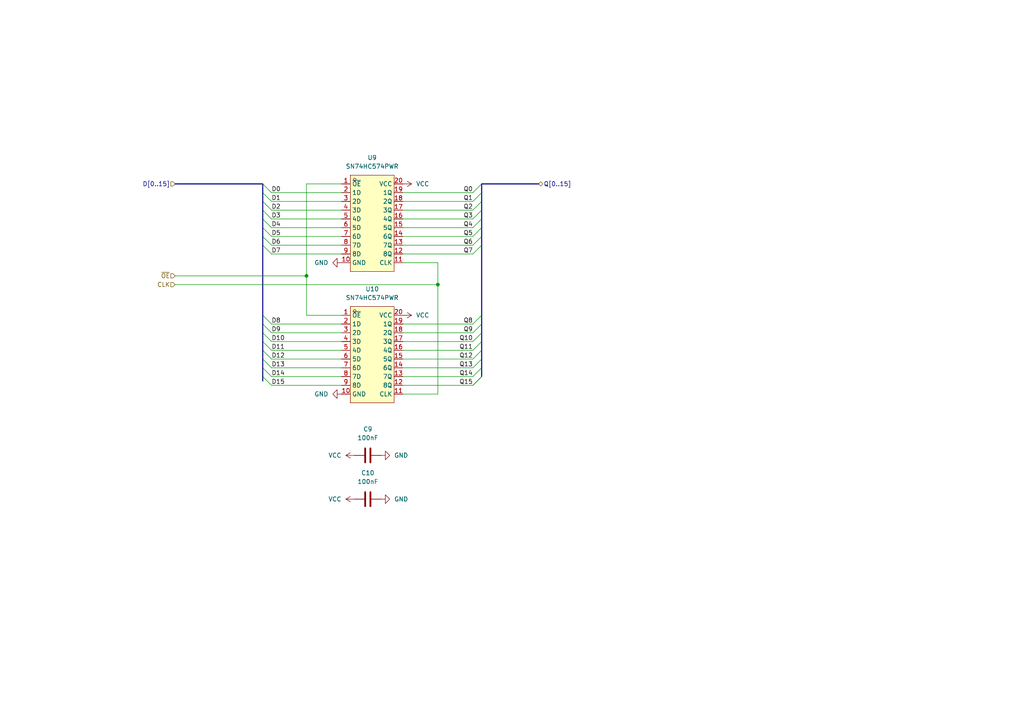
<source format=kicad_sch>
(kicad_sch (version 20250114) (generator "eeschema") (generator_version "9.0")
  (paper "A4")
  (title_block (title "PickleRISC register board") (rev "1.0"))
  (lib_symbols
    (symbol "Device:C" (pin_numbers (hide yes)) (pin_names (offset 0.254))
      (property "Reference" "C" (at 0.635 2.54 0))
      (property "Value" "C" (at 0.635 -2.54 0))
      (symbol "C_0_1"
        (polyline (pts (xy -2.032 0.762) (xy 2.032 0.762)) (stroke (width 0.508)))
        (polyline (pts (xy -2.032 -0.762) (xy 2.032 -0.762)) (stroke (width 0.508)))
      )
      (symbol "C_1_1"
        (pin passive line (at 0 3.81 270) (length 2.794) (name "~") (number "1"))
        (pin passive line (at 0 -3.81 90) (length 2.794) (name "~") (number "2"))
      )
    )
    (symbol "easyeda2kicad:SN74HC574PWR"
      (property "Reference" "U" (at 0 16.51 0))
      (property "Value" "SN74HC574PWR" (at 0 -16.51 0))
      (symbol "SN74HC574PWR_0_1"
        (rectangle (start -6.35 13.97) (end 6.35 -13.97) (fill (type background)))
        (circle (center -5.08 12.7) (radius 0.38))
        (pin unspecified line (at -8.89 11.43 0) (length 2.54) (name "~{OE}") (number "1"))
        (pin unspecified line (at -8.89 8.89 0) (length 2.54) (name "1D") (number "2"))
        (pin unspecified line (at -8.89 6.35 0) (length 2.54) (name "2D") (number "3"))
        (pin unspecified line (at -8.89 3.81 0) (length 2.54) (name "3D") (number "4"))
        (pin unspecified line (at -8.89 1.27 0) (length 2.54) (name "4D") (number "5"))
        (pin unspecified line (at -8.89 -1.27 0) (length 2.54) (name "5D") (number "6"))
        (pin unspecified line (at -8.89 -3.81 0) (length 2.54) (name "6D") (number "7"))
        (pin unspecified line (at -8.89 -6.35 0) (length 2.54) (name "7D") (number "8"))
        (pin unspecified line (at -8.89 -8.89 0) (length 2.54) (name "8D") (number "9"))
        (pin unspecified line (at -8.89 -11.43 0) (length 2.54) (name "GND") (number "10"))
        (pin unspecified line (at 8.89 11.43 180) (length 2.54) (name "VCC") (number "20"))
        (pin unspecified line (at 8.89 8.89 180) (length 2.54) (name "1Q") (number "19"))
        (pin unspecified line (at 8.89 6.35 180) (length 2.54) (name "2Q") (number "18"))
        (pin unspecified line (at 8.89 3.81 180) (length 2.54) (name "3Q") (number "17"))
        (pin unspecified line (at 8.89 1.27 180) (length 2.54) (name "4Q") (number "16"))
        (pin unspecified line (at 8.89 -1.27 180) (length 2.54) (name "5Q") (number "15"))
        (pin unspecified line (at 8.89 -3.81 180) (length 2.54) (name "6Q") (number "14"))
        (pin unspecified line (at 8.89 -6.35 180) (length 2.54) (name "7Q") (number "13"))
        (pin unspecified line (at 8.89 -8.89 180) (length 2.54) (name "8Q") (number "12"))
        (pin unspecified line (at 8.89 -11.43 180) (length 2.54) (name "CLK") (number "11"))
      )
    )
    (symbol "power:GND" (power) (pin_numbers (hide yes)) (pin_names (offset 0) (hide yes))
      (property "Value" "GND" (at 0 -3.81 0))
      (symbol "GND_0_1"
        (polyline (pts (xy 0 0) (xy 0 -1.27) (xy 1.27 -1.27) (xy 0 -2.54) (xy -1.27 -1.27) (xy 0 -1.27)))
      )
      (symbol "GND_1_1"
        (pin power_in line (at 0 0 270) (length 0) (name "~") (number "1"))
      )
    )
    (symbol "power:VCC" (power) (pin_numbers (hide yes)) (pin_names (offset 0) (hide yes))
      (property "Value" "VCC" (at 0 3.556 0))
      (symbol "VCC_0_1"
        (polyline (pts (xy -0.762 1.27) (xy 0 2.54)))
        (polyline (pts (xy 0 2.54) (xy 0.762 1.27)))
        (polyline (pts (xy 0 0) (xy 0 2.54)))
      )
      (symbol "VCC_1_1"
        (pin power_in line (at 0 0 90) (length 0) (name "~") (number "1"))
      )
    )
  )
  (junction (at 127 82.55))
  (junction (at 88.9 80.01))
  (bus_entry (at 76.2 93.98) (size 2.54 2.54))
  (bus_entry (at 139.7 93.98) (size -2.54 2.54))
  (bus_entry (at 139.7 101.6) (size -2.54 2.54))
  (bus_entry (at 76.2 99.06) (size 2.54 2.54))
  (bus_entry (at 76.2 58.42) (size 2.54 2.54))
  (bus_entry (at 76.2 55.88) (size 2.54 2.54))
  (bus_entry (at 139.7 60.96) (size -2.54 2.54))
  (bus_entry (at 76.2 71.12) (size 2.54 2.54))
  (bus_entry (at 139.7 91.44) (size -2.54 2.54))
  (bus_entry (at 139.7 55.88) (size -2.54 2.54))
  (bus_entry (at 139.7 66.04) (size -2.54 2.54))
  (bus_entry (at 76.2 106.68) (size 2.54 2.54))
  (bus_entry (at 139.7 53.34) (size -2.54 2.54))
  (bus_entry (at 139.7 71.12) (size -2.54 2.54))
  (bus_entry (at 76.2 60.96) (size 2.54 2.54))
  (bus_entry (at 139.7 99.06) (size -2.54 2.54))
  (bus_entry (at 139.7 109.22) (size -2.54 2.54))
  (bus_entry (at 139.7 68.58) (size -2.54 2.54))
  (bus_entry (at 139.7 104.14) (size -2.54 2.54))
  (bus_entry (at 139.7 96.52) (size -2.54 2.54))
  (bus_entry (at 76.2 109.22) (size 2.54 2.54))
  (bus_entry (at 76.2 101.6) (size 2.54 2.54))
  (bus_entry (at 139.7 109.22) (size -2.54 2.54))
  (bus_entry (at 139.7 106.68) (size -2.54 2.54))
  (bus_entry (at 76.2 68.58) (size 2.54 2.54))
  (bus_entry (at 139.7 58.42) (size -2.54 2.54))
  (bus_entry (at 76.2 104.14) (size 2.54 2.54))
  (bus_entry (at 76.2 53.34) (size 2.54 2.54))
  (bus_entry (at 76.2 96.52) (size 2.54 2.54))
  (bus_entry (at 76.2 66.04) (size 2.54 2.54))
  (bus_entry (at 76.2 63.5) (size 2.54 2.54))
  (bus_entry (at 139.7 63.5) (size -2.54 2.54))
  (bus_entry (at 76.2 91.44) (size 2.54 2.54))
  (bus (pts (xy 76.2 96.52) (xy 76.2 99.06)))
  (wire (pts (xy 116.84 104.14) (xy 137.16 104.14)))
  (bus (pts (xy 139.7 104.14) (xy 139.7 106.68)))
  (bus (pts (xy 76.2 66.04) (xy 76.2 68.58)))
  (wire (pts (xy 78.74 66.04) (xy 99.06 66.04)))
  (bus (pts (xy 76.2 63.5) (xy 76.2 66.04)))
  (wire (pts (xy 116.84 114.3) (xy 127 114.3)))
  (wire (pts (xy 116.84 60.96) (xy 137.16 60.96)))
  (bus (pts (xy 139.7 60.96) (xy 139.7 63.5)))
  (wire (pts (xy 78.74 93.98) (xy 99.06 93.98)))
  (bus (pts (xy 139.7 99.06) (xy 139.7 101.6)))
  (wire (pts (xy 99.06 53.34) (xy 88.9 53.34)))
  (bus (pts (xy 76.2 101.6) (xy 76.2 104.14)))
  (wire (pts (xy 78.74 68.58) (xy 99.06 68.58)))
  (bus (pts (xy 76.2 53.34) (xy 76.2 55.88)))
  (wire (pts (xy 116.84 68.58) (xy 137.16 68.58)))
  (bus (pts (xy 76.2 55.88) (xy 76.2 58.42)))
  (wire (pts (xy 78.74 109.22) (xy 99.06 109.22)))
  (wire (pts (xy 88.9 80.01) (xy 88.9 53.34)))
  (wire (pts (xy 116.84 109.22) (xy 137.16 109.22)))
  (bus (pts (xy 139.7 66.04) (xy 139.7 68.58)))
  (wire (pts (xy 127 82.55) (xy 50.8 82.55)))
  (wire (pts (xy 116.84 66.04) (xy 137.16 66.04)))
  (bus (pts (xy 139.7 91.44) (xy 139.7 93.98)))
  (bus (pts (xy 50.8 53.34) (xy 76.2 53.34)))
  (bus (pts (xy 76.2 104.14) (xy 76.2 106.68)))
  (bus (pts (xy 76.2 99.06) (xy 76.2 101.6)))
  (bus (pts (xy 139.7 101.6) (xy 139.7 104.14)))
  (bus (pts (xy 76.2 106.68) (xy 76.2 109.22)))
  (wire (pts (xy 88.9 80.01) (xy 88.9 91.44)))
  (wire (pts (xy 78.74 63.5) (xy 99.06 63.5)))
  (wire (pts (xy 116.84 76.2) (xy 127 76.2)))
  (bus (pts (xy 76.2 93.98) (xy 76.2 96.52)))
  (bus (pts (xy 76.2 91.44) (xy 76.2 93.98)))
  (wire (pts (xy 116.84 63.5) (xy 137.16 63.5)))
  (wire (pts (xy 78.74 73.66) (xy 99.06 73.66)))
  (wire (pts (xy 116.84 55.88) (xy 137.16 55.88)))
  (wire (pts (xy 116.84 71.12) (xy 137.16 71.12)))
  (bus (pts (xy 76.2 58.42) (xy 76.2 60.96)))
  (wire (pts (xy 127 76.2) (xy 127 82.55)))
  (wire (pts (xy 88.9 91.44) (xy 99.06 91.44)))
  (wire (pts (xy 78.74 104.14) (xy 99.06 104.14)))
  (bus (pts (xy 139.7 93.98) (xy 139.7 96.52)))
  (wire (pts (xy 116.84 101.6) (xy 137.16 101.6)))
  (bus (pts (xy 76.2 68.58) (xy 76.2 71.12)))
  (wire (pts (xy 99.06 55.88) (xy 78.74 55.88)))
  (wire (pts (xy 116.84 73.66) (xy 137.16 73.66)))
  (bus (pts (xy 156.21 53.34) (xy 139.7 53.34)))
  (bus (pts (xy 139.7 106.68) (xy 139.7 109.22)))
  (wire (pts (xy 78.74 60.96) (xy 99.06 60.96)))
  (wire (pts (xy 127 114.3) (xy 127 82.55)))
  (wire (pts (xy 78.74 96.52) (xy 99.06 96.52)))
  (bus (pts (xy 76.2 71.12) (xy 76.2 91.44)))
  (bus (pts (xy 76.2 109.22) (xy 76.2 110.49)))
  (wire (pts (xy 116.84 93.98) (xy 137.16 93.98)))
  (wire (pts (xy 116.84 96.52) (xy 137.16 96.52)))
  (wire (pts (xy 116.84 111.76) (xy 137.16 111.76)))
  (bus (pts (xy 139.7 58.42) (xy 139.7 60.96)))
  (bus (pts (xy 139.7 53.34) (xy 139.7 55.88)))
  (bus (pts (xy 139.7 96.52) (xy 139.7 99.06)))
  (bus (pts (xy 139.7 55.88) (xy 139.7 58.42)))
  (bus (pts (xy 139.7 71.12) (xy 139.7 91.44)))
  (wire (pts (xy 116.84 106.68) (xy 137.16 106.68)))
  (wire (pts (xy 116.84 58.42) (xy 137.16 58.42)))
  (bus (pts (xy 139.7 68.58) (xy 139.7 71.12)))
  (wire (pts (xy 78.74 101.6) (xy 99.06 101.6)))
  (wire (pts (xy 116.84 99.06) (xy 137.16 99.06)))
  (bus (pts (xy 76.2 60.96) (xy 76.2 63.5)))
  (wire (pts (xy 78.74 58.42) (xy 99.06 58.42)))
  (wire (pts (xy 78.74 99.06) (xy 99.06 99.06)))
  (wire (pts (xy 50.8 80.01) (xy 88.9 80.01)))
  (bus (pts (xy 139.7 63.5) (xy 139.7 66.04)))
  (wire (pts (xy 78.74 106.68) (xy 99.06 106.68)))
  (wire (pts (xy 78.74 111.76) (xy 99.06 111.76)))
  (wire (pts (xy 78.74 71.12) (xy 99.06 71.12)))
  (label "Q1" (at 137.16 58.42 180))
  (label "D10" (at 78.74 99.06 0))
  (label "Q15" (at 137.16 111.76 180))
  (label "Q12" (at 137.16 104.14 180))
  (label "Q4" (at 137.16 66.04 180))
  (label "D1" (at 78.74 58.42 0))
  (label "D14" (at 78.74 109.22 0))
  (label "Q10" (at 137.16 99.06 180))
  (label "D9" (at 78.74 96.52 0))
  (label "D6" (at 78.74 71.12 0))
  (label "D3" (at 78.74 63.5 0))
  (label "Q9" (at 137.16 96.52 180))
  (label "Q0" (at 137.16 55.88 180))
  (label "D13" (at 78.74 106.68 0))
  (label "Q3" (at 137.16 63.5 180))
  (label "D11" (at 78.74 101.6 0))
  (label "D0" (at 78.74 55.88 0))
  (label "D12" (at 78.74 104.14 0))
  (label "Q2" (at 137.16 60.96 180))
  (label "Q7" (at 137.16 73.66 180))
  (label "Q8" (at 137.16 93.98 180))
  (label "Q14" (at 137.16 109.22 180))
  (label "Q5" (at 137.16 68.58 180))
  (label "D4" (at 78.74 66.04 0))
  (label "D2" (at 78.74 60.96 0))
  (label "D7" (at 78.74 73.66 0))
  (label "D15" (at 78.74 111.76 0))
  (label "D8" (at 78.74 93.98 0))
  (label "Q11" (at 137.16 101.6 180))
  (label "Q6" (at 137.16 71.12 180))
  (label "D5" (at 78.74 68.58 0))
  (label "Q13" (at 137.16 106.68 180))
  (hierarchical_label "Q[0..15]" (shape tri_state) (at 156.21 53.34 0))
  (hierarchical_label "~{OE}" (shape input) (at 50.8 80.01 180))
  (hierarchical_label "D[0..15]" (shape input) (at 50.8 53.34 180))
  (hierarchical_label "CLK" (shape input) (at 50.8 82.55 180))
  (symbol (lib_id "power:GND") (at 99.06 114.3 270) (unit 1)
    (property "Reference" "#PWR059" (effects (hide yes)))
    (property "Value" "GND" (at 95.25 114.2999 90) (effects (justify right)))
    (property "Description" "Power symbol creates a global label with name \"GND\" , ground" (effects (hide yes)))
    (instances (project "register_board" (path "" (reference "#PWR059") (unit 1)) (path "" (reference "#PWR0219") (unit 1)) (path "" (reference "#PWR0211") (unit 1)) (path "" (reference "#PWR0155") (unit 1)) (path "" (reference "#PWR0147") (unit 1)) (path "" (reference "#PWR0187") (unit 1)) (path "" (reference "#PWR0179") (unit 1)) (path "" (reference "#PWR0235") (unit 1)) (path "" (reference "#PWR0227") (unit 1)) (path "" (reference "#PWR0283") (unit 1)) (path "" (reference "#PWR0275") (unit 1)) (path "" (reference "#PWR0315") (unit 1)) (path "" (reference "#PWR0307") (unit 1)) (path "" (reference "#PWR0203") (unit 1)) (path "" (reference "#PWR0195") (unit 1)) (path "" (reference "#PWR0139") (unit 1)) (path "" (reference "#PWR0131") (unit 1)) (path "" (reference "#PWR0123") (unit 1)) (path "" (reference "#PWR0115") (unit 1)) (path "" (reference "#PWR091") (unit 1)) (path "" (reference "#PWR083") (unit 1)) (path "" (reference "#PWR0267") (unit 1)) (path "" (reference "#PWR0259") (unit 1)) (path "" (reference "#PWR0171") (unit 1)) (path "" (reference "#PWR0163") (unit 1)) (path "" (reference "#PWR0299") (unit 1)) (path "" (reference "#PWR0291") (unit 1)) (path "" (reference "#PWR0251") (unit 1)) (path "" (reference "#PWR0243") (unit 1)) (path "" (reference "#PWR0107") (unit 1)) (path "" (reference "#PWR099") (unit 1))))
  )
  (symbol (lib_id "power:GND") (at 110.49 132.08 90) (unit 1)
    (property "Reference" "#PWR061" (effects (hide yes)))
    (property "Value" "GND" (at 114.3 132.0799 90) (effects (justify right)))
    (property "Description" "Power symbol creates a global label with name \"GND\" , ground" (effects (hide yes)))
    (instances (project "register_board" (path "" (reference "#PWR061") (unit 1)) (path "" (reference "#PWR0221") (unit 1)) (path "" (reference "#PWR0213") (unit 1)) (path "" (reference "#PWR0157") (unit 1)) (path "" (reference "#PWR0149") (unit 1)) (path "" (reference "#PWR0189") (unit 1)) (path "" (reference "#PWR0181") (unit 1)) (path "" (reference "#PWR0237") (unit 1)) (path "" (reference "#PWR0229") (unit 1)) (path "" (reference "#PWR0285") (unit 1)) (path "" (reference "#PWR0277") (unit 1)) (path "" (reference "#PWR0317") (unit 1)) (path "" (reference "#PWR0309") (unit 1)) (path "" (reference "#PWR0205") (unit 1)) (path "" (reference "#PWR0197") (unit 1)) (path "" (reference "#PWR0141") (unit 1)) (path "" (reference "#PWR0133") (unit 1)) (path "" (reference "#PWR0125") (unit 1)) (path "" (reference "#PWR0117") (unit 1)) (path "" (reference "#PWR093") (unit 1)) (path "" (reference "#PWR085") (unit 1)) (path "" (reference "#PWR0269") (unit 1)) (path "" (reference "#PWR0261") (unit 1)) (path "" (reference "#PWR0173") (unit 1)) (path "" (reference "#PWR0165") (unit 1)) (path "" (reference "#PWR0301") (unit 1)) (path "" (reference "#PWR0293") (unit 1)) (path "" (reference "#PWR0253") (unit 1)) (path "" (reference "#PWR0245") (unit 1)) (path "" (reference "#PWR0109") (unit 1)) (path "" (reference "#PWR0101") (unit 1))))
  )
  (symbol (lib_id "Device:C") (at 106.68 144.78 90) (unit 1)
    (property "Reference" "C10" (at 106.68 137.16 90))
    (property "Value" "100nF" (at 106.68 139.7 90))
    (property "Footprint" "Capacitor_SMD:C_0603_1608Metric" (effects (hide yes)))
    (property "Description" "Unpolarized capacitor" (effects (hide yes)))
    (instances (project "register_board" (path "" (reference "C10") (unit 1)) (path "" (reference "C50") (unit 1)) (path "" (reference "C48") (unit 1)) (path "" (reference "C34") (unit 1)) (path "" (reference "C32") (unit 1)) (path "" (reference "C42") (unit 1)) (path "" (reference "C40") (unit 1)) (path "" (reference "C54") (unit 1)) (path "" (reference "C52") (unit 1)) (path "" (reference "C66") (unit 1)) (path "" (reference "C64") (unit 1)) (path "" (reference "C74") (unit 1)) (path "" (reference "C72") (unit 1)) (path "" (reference "C46") (unit 1)) (path "" (reference "C44") (unit 1)) (path "" (reference "C30") (unit 1)) (path "" (reference "C28") (unit 1)) (path "" (reference "C26") (unit 1)) (path "" (reference "C24") (unit 1)) (path "" (reference "C18") (unit 1)) (path "" (reference "C16") (unit 1)) (path "" (reference "C62") (unit 1)) (path "" (reference "C60") (unit 1)) (path "" (reference "C38") (unit 1)) (path "" (reference "C36") (unit 1)) (path "" (reference "C70") (unit 1)) (path "" (reference "C68") (unit 1)) (path "" (reference "C58") (unit 1)) (path "" (reference "C56") (unit 1)) (path "" (reference "C22") (unit 1)) (path "" (reference "C20") (unit 1))))
  )
  (symbol (lib_id "power:GND") (at 99.06 76.2 270) (unit 1)
    (property "Reference" "#PWR057" (effects (hide yes)))
    (property "Value" "GND" (at 95.25 76.1999 90) (effects (justify right)))
    (property "Description" "Power symbol creates a global label with name \"GND\" , ground" (effects (hide yes)))
    (instances (project "register_board" (path "" (reference "#PWR057") (unit 1)) (path "" (reference "#PWR0217") (unit 1)) (path "" (reference "#PWR0209") (unit 1)) (path "" (reference "#PWR0153") (unit 1)) (path "" (reference "#PWR0145") (unit 1)) (path "" (reference "#PWR0185") (unit 1)) (path "" (reference "#PWR0177") (unit 1)) (path "" (reference "#PWR0233") (unit 1)) (path "" (reference "#PWR0225") (unit 1)) (path "" (reference "#PWR0281") (unit 1)) (path "" (reference "#PWR0273") (unit 1)) (path "" (reference "#PWR0313") (unit 1)) (path "" (reference "#PWR0305") (unit 1)) (path "" (reference "#PWR0201") (unit 1)) (path "" (reference "#PWR0193") (unit 1)) (path "" (reference "#PWR0137") (unit 1)) (path "" (reference "#PWR0129") (unit 1)) (path "" (reference "#PWR0121") (unit 1)) (path "" (reference "#PWR0113") (unit 1)) (path "" (reference "#PWR089") (unit 1)) (path "" (reference "#PWR081") (unit 1)) (path "" (reference "#PWR0265") (unit 1)) (path "" (reference "#PWR0257") (unit 1)) (path "" (reference "#PWR0169") (unit 1)) (path "" (reference "#PWR0161") (unit 1)) (path "" (reference "#PWR0297") (unit 1)) (path "" (reference "#PWR0289") (unit 1)) (path "" (reference "#PWR0249") (unit 1)) (path "" (reference "#PWR0241") (unit 1)) (path "" (reference "#PWR0105") (unit 1)) (path "" (reference "#PWR097") (unit 1))))
  )
  (symbol (lib_id "power:GND") (at 110.49 144.78 90) (unit 1)
    (property "Reference" "#PWR063" (effects (hide yes)))
    (property "Value" "GND" (at 114.3 144.7799 90) (effects (justify right)))
    (property "Description" "Power symbol creates a global label with name \"GND\" , ground" (effects (hide yes)))
    (instances (project "register_board" (path "" (reference "#PWR063") (unit 1)) (path "" (reference "#PWR0223") (unit 1)) (path "" (reference "#PWR0215") (unit 1)) (path "" (reference "#PWR0159") (unit 1)) (path "" (reference "#PWR0151") (unit 1)) (path "" (reference "#PWR0191") (unit 1)) (path "" (reference "#PWR0183") (unit 1)) (path "" (reference "#PWR0239") (unit 1)) (path "" (reference "#PWR0231") (unit 1)) (path "" (reference "#PWR0287") (unit 1)) (path "" (reference "#PWR0279") (unit 1)) (path "" (reference "#PWR0319") (unit 1)) (path "" (reference "#PWR0311") (unit 1)) (path "" (reference "#PWR0207") (unit 1)) (path "" (reference "#PWR0199") (unit 1)) (path "" (reference "#PWR0143") (unit 1)) (path "" (reference "#PWR0135") (unit 1)) (path "" (reference "#PWR0127") (unit 1)) (path "" (reference "#PWR0119") (unit 1)) (path "" (reference "#PWR095") (unit 1)) (path "" (reference "#PWR087") (unit 1)) (path "" (reference "#PWR0271") (unit 1)) (path "" (reference "#PWR0263") (unit 1)) (path "" (reference "#PWR0175") (unit 1)) (path "" (reference "#PWR0167") (unit 1)) (path "" (reference "#PWR0303") (unit 1)) (path "" (reference "#PWR0295") (unit 1)) (path "" (reference "#PWR0255") (unit 1)) (path "" (reference "#PWR0247") (unit 1)) (path "" (reference "#PWR0111") (unit 1)) (path "" (reference "#PWR0103") (unit 1))))
  )
  (symbol (lib_id "power:VCC") (at 116.84 91.44 270) (unit 1)
    (property "Reference" "#PWR058" (effects (hide yes)))
    (property "Value" "VCC" (at 120.65 91.4399 90) (effects (justify left)))
    (property "Description" "Power symbol creates a global label with name \"VCC\"" (effects (hide yes)))
    (instances (project "register_board" (path "" (reference "#PWR058") (unit 1)) (path "" (reference "#PWR0218") (unit 1)) (path "" (reference "#PWR0210") (unit 1)) (path "" (reference "#PWR0154") (unit 1)) (path "" (reference "#PWR0146") (unit 1)) (path "" (reference "#PWR0186") (unit 1)) (path "" (reference "#PWR0178") (unit 1)) (path "" (reference "#PWR0234") (unit 1)) (path "" (reference "#PWR0226") (unit 1)) (path "" (reference "#PWR0282") (unit 1)) (path "" (reference "#PWR0274") (unit 1)) (path "" (reference "#PWR0314") (unit 1)) (path "" (reference "#PWR0306") (unit 1)) (path "" (reference "#PWR0202") (unit 1)) (path "" (reference "#PWR0194") (unit 1)) (path "" (reference "#PWR0138") (unit 1)) (path "" (reference "#PWR0130") (unit 1)) (path "" (reference "#PWR0122") (unit 1)) (path "" (reference "#PWR0114") (unit 1)) (path "" (reference "#PWR090") (unit 1)) (path "" (reference "#PWR082") (unit 1)) (path "" (reference "#PWR0266") (unit 1)) (path "" (reference "#PWR0258") (unit 1)) (path "" (reference "#PWR0170") (unit 1)) (path "" (reference "#PWR0162") (unit 1)) (path "" (reference "#PWR0298") (unit 1)) (path "" (reference "#PWR0290") (unit 1)) (path "" (reference "#PWR0250") (unit 1)) (path "" (reference "#PWR0242") (unit 1)) (path "" (reference "#PWR0106") (unit 1)) (path "" (reference "#PWR098") (unit 1))))
  )
  (symbol (lib_id "power:VCC") (at 116.84 53.34 270) (unit 1)
    (property "Reference" "#PWR056" (effects (hide yes)))
    (property "Value" "VCC" (at 120.65 53.3399 90) (effects (justify left)))
    (property "Description" "Power symbol creates a global label with name \"VCC\"" (effects (hide yes)))
    (instances (project "register_board" (path "" (reference "#PWR056") (unit 1)) (path "" (reference "#PWR0216") (unit 1)) (path "" (reference "#PWR0208") (unit 1)) (path "" (reference "#PWR0152") (unit 1)) (path "" (reference "#PWR0144") (unit 1)) (path "" (reference "#PWR0184") (unit 1)) (path "" (reference "#PWR0176") (unit 1)) (path "" (reference "#PWR0232") (unit 1)) (path "" (reference "#PWR0224") (unit 1)) (path "" (reference "#PWR0280") (unit 1)) (path "" (reference "#PWR0272") (unit 1)) (path "" (reference "#PWR0312") (unit 1)) (path "" (reference "#PWR0304") (unit 1)) (path "" (reference "#PWR0200") (unit 1)) (path "" (reference "#PWR0192") (unit 1)) (path "" (reference "#PWR0136") (unit 1)) (path "" (reference "#PWR0128") (unit 1)) (path "" (reference "#PWR0120") (unit 1)) (path "" (reference "#PWR0112") (unit 1)) (path "" (reference "#PWR088") (unit 1)) (path "" (reference "#PWR080") (unit 1)) (path "" (reference "#PWR0264") (unit 1)) (path "" (reference "#PWR0256") (unit 1)) (path "" (reference "#PWR0168") (unit 1)) (path "" (reference "#PWR0160") (unit 1)) (path "" (reference "#PWR0296") (unit 1)) (path "" (reference "#PWR0288") (unit 1)) (path "" (reference "#PWR0248") (unit 1)) (path "" (reference "#PWR0240") (unit 1)) (path "" (reference "#PWR0104") (unit 1)) (path "" (reference "#PWR096") (unit 1))))
  )
  (symbol (lib_id "Device:C") (at 106.68 132.08 90) (unit 1)
    (property "Reference" "C9" (at 106.68 124.46 90))
    (property "Value" "100nF" (at 106.68 127 90))
    (property "Footprint" "Capacitor_SMD:C_0603_1608Metric" (effects (hide yes)))
    (property "Description" "Unpolarized capacitor" (effects (hide yes)))
    (instances (project "register_board" (path "" (reference "C9") (unit 1)) (path "" (reference "C49") (unit 1)) (path "" (reference "C47") (unit 1)) (path "" (reference "C33") (unit 1)) (path "" (reference "C31") (unit 1)) (path "" (reference "C41") (unit 1)) (path "" (reference "C39") (unit 1)) (path "" (reference "C53") (unit 1)) (path "" (reference "C51") (unit 1)) (path "" (reference "C65") (unit 1)) (path "" (reference "C63") (unit 1)) (path "" (reference "C73") (unit 1)) (path "" (reference "C71") (unit 1)) (path "" (reference "C45") (unit 1)) (path "" (reference "C43") (unit 1)) (path "" (reference "C29") (unit 1)) (path "" (reference "C27") (unit 1)) (path "" (reference "C25") (unit 1)) (path "" (reference "C23") (unit 1)) (path "" (reference "C17") (unit 1)) (path "" (reference "C15") (unit 1)) (path "" (reference "C61") (unit 1)) (path "" (reference "C59") (unit 1)) (path "" (reference "C37") (unit 1)) (path "" (reference "C35") (unit 1)) (path "" (reference "C69") (unit 1)) (path "" (reference "C67") (unit 1)) (path "" (reference "C57") (unit 1)) (path "" (reference "C55") (unit 1)) (path "" (reference "C21") (unit 1)) (path "" (reference "C19") (unit 1))))
  )
  (symbol (lib_id "power:VCC") (at 102.87 144.78 90) (unit 1)
    (property "Reference" "#PWR062" (effects (hide yes)))
    (property "Value" "VCC" (at 99.06 144.7799 90) (effects (justify left)))
    (property "Description" "Power symbol creates a global label with name \"VCC\"" (effects (hide yes)))
    (instances (project "register_board" (path "" (reference "#PWR062") (unit 1)) (path "" (reference "#PWR0222") (unit 1)) (path "" (reference "#PWR0214") (unit 1)) (path "" (reference "#PWR0158") (unit 1)) (path "" (reference "#PWR0150") (unit 1)) (path "" (reference "#PWR0190") (unit 1)) (path "" (reference "#PWR0182") (unit 1)) (path "" (reference "#PWR0238") (unit 1)) (path "" (reference "#PWR0230") (unit 1)) (path "" (reference "#PWR0286") (unit 1)) (path "" (reference "#PWR0278") (unit 1)) (path "" (reference "#PWR0318") (unit 1)) (path "" (reference "#PWR0310") (unit 1)) (path "" (reference "#PWR0206") (unit 1)) (path "" (reference "#PWR0198") (unit 1)) (path "" (reference "#PWR0142") (unit 1)) (path "" (reference "#PWR0134") (unit 1)) (path "" (reference "#PWR0126") (unit 1)) (path "" (reference "#PWR0118") (unit 1)) (path "" (reference "#PWR094") (unit 1)) (path "" (reference "#PWR086") (unit 1)) (path "" (reference "#PWR0270") (unit 1)) (path "" (reference "#PWR0262") (unit 1)) (path "" (reference "#PWR0174") (unit 1)) (path "" (reference "#PWR0166") (unit 1)) (path "" (reference "#PWR0302") (unit 1)) (path "" (reference "#PWR0294") (unit 1)) (path "" (reference "#PWR0254") (unit 1)) (path "" (reference "#PWR0246") (unit 1)) (path "" (reference "#PWR0110") (unit 1)) (path "" (reference "#PWR0102") (unit 1))))
  )
  (symbol (lib_id "easyeda2kicad:SN74HC574PWR") (at 107.95 64.77 0) (unit 1)
    (property "Reference" "U9" (at 107.95 45.72 0))
    (property "Value" "SN74HC574PWR" (at 107.95 48.26 0))
    (property "Footprint" "easyeda2kicad:TSSOP-20_L6.5-W4.4-P0.65-LS6.4-BL" (effects (hide yes)))
    (property "Datasheet" "https://lcsc.com/product-detail/74-Series_TI_SN74HC574PWR_SN74HC574PWR_C132111.html" (effects (hide yes)))
    (property "LCSC Part" "C132111" (effects (hide yes)))
    (instances (project "register_board" (path "" (reference "U9") (unit 1)) (path "" (reference "U49") (unit 1)) (path "" (reference "U47") (unit 1)) (path "" (reference "U33") (unit 1)) (path "" (reference "U31") (unit 1)) (path "" (reference "U41") (unit 1)) (path "" (reference "U39") (unit 1)) (path "" (reference "U53") (unit 1)) (path "" (reference "U51") (unit 1)) (path "" (reference "U65") (unit 1)) (path "" (reference "U63") (unit 1)) (path "" (reference "U73") (unit 1)) (path "" (reference "U71") (unit 1)) (path "" (reference "U45") (unit 1)) (path "" (reference "U43") (unit 1)) (path "" (reference "U29") (unit 1)) (path "" (reference "U27") (unit 1)) (path "" (reference "U25") (unit 1)) (path "" (reference "U23") (unit 1)) (path "" (reference "U17") (unit 1)) (path "" (reference "U15") (unit 1)) (path "" (reference "U61") (unit 1)) (path "" (reference "U59") (unit 1)) (path "" (reference "U37") (unit 1)) (path "" (reference "U35") (unit 1)) (path "" (reference "U69") (unit 1)) (path "" (reference "U67") (unit 1)) (path "" (reference "U57") (unit 1)) (path "" (reference "U55") (unit 1)) (path "" (reference "U21") (unit 1)) (path "" (reference "U19") (unit 1))))
  )
  (symbol (lib_id "easyeda2kicad:SN74HC574PWR") (at 107.95 102.87 0) (unit 1)
    (property "Reference" "U10" (at 107.95 83.82 0))
    (property "Value" "SN74HC574PWR" (at 107.95 86.36 0))
    (property "Footprint" "easyeda2kicad:TSSOP-20_L6.5-W4.4-P0.65-LS6.4-BL" (effects (hide yes)))
    (property "Datasheet" "https://lcsc.com/product-detail/74-Series_TI_SN74HC574PWR_SN74HC574PWR_C132111.html" (effects (hide yes)))
    (property "LCSC Part" "C132111" (effects (hide yes)))
    (instances (project "register_board" (path "" (reference "U10") (unit 1)) (path "" (reference "U50") (unit 1)) (path "" (reference "U48") (unit 1)) (path "" (reference "U34") (unit 1)) (path "" (reference "U32") (unit 1)) (path "" (reference "U42") (unit 1)) (path "" (reference "U40") (unit 1)) (path "" (reference "U54") (unit 1)) (path "" (reference "U52") (unit 1)) (path "" (reference "U66") (unit 1)) (path "" (reference "U64") (unit 1)) (path "" (reference "U74") (unit 1)) (path "" (reference "U72") (unit 1)) (path "" (reference "U46") (unit 1)) (path "" (reference "U44") (unit 1)) (path "" (reference "U30") (unit 1)) (path "" (reference "U28") (unit 1)) (path "" (reference "U26") (unit 1)) (path "" (reference "U24") (unit 1)) (path "" (reference "U18") (unit 1)) (path "" (reference "U16") (unit 1)) (path "" (reference "U62") (unit 1)) (path "" (reference "U60") (unit 1)) (path "" (reference "U38") (unit 1)) (path "" (reference "U36") (unit 1)) (path "" (reference "U70") (unit 1)) (path "" (reference "U68") (unit 1)) (path "" (reference "U58") (unit 1)) (path "" (reference "U56") (unit 1)) (path "" (reference "U22") (unit 1)) (path "" (reference "U20") (unit 1))))
  )
  (symbol (lib_id "power:VCC") (at 102.87 132.08 90) (unit 1)
    (property "Reference" "#PWR060" (effects (hide yes)))
    (property "Value" "VCC" (at 99.06 132.0799 90) (effects (justify left)))
    (property "Description" "Power symbol creates a global label with name \"VCC\"" (effects (hide yes)))
    (instances (project "register_board" (path "" (reference "#PWR060") (unit 1)) (path "" (reference "#PWR0220") (unit 1)) (path "" (reference "#PWR0212") (unit 1)) (path "" (reference "#PWR0156") (unit 1)) (path "" (reference "#PWR0148") (unit 1)) (path "" (reference "#PWR0188") (unit 1)) (path "" (reference "#PWR0180") (unit 1)) (path "" (reference "#PWR0236") (unit 1)) (path "" (reference "#PWR0228") (unit 1)) (path "" (reference "#PWR0284") (unit 1)) (path "" (reference "#PWR0276") (unit 1)) (path "" (reference "#PWR0316") (unit 1)) (path "" (reference "#PWR0308") (unit 1)) (path "" (reference "#PWR0204") (unit 1)) (path "" (reference "#PWR0196") (unit 1)) (path "" (reference "#PWR0140") (unit 1)) (path "" (reference "#PWR0132") (unit 1)) (path "" (reference "#PWR0124") (unit 1)) (path "" (reference "#PWR0116") (unit 1)) (path "" (reference "#PWR092") (unit 1)) (path "" (reference "#PWR084") (unit 1)) (path "" (reference "#PWR0268") (unit 1)) (path "" (reference "#PWR0260") (unit 1)) (path "" (reference "#PWR0172") (unit 1)) (path "" (reference "#PWR0164") (unit 1)) (path "" (reference "#PWR0300") (unit 1)) (path "" (reference "#PWR0292") (unit 1)) (path "" (reference "#PWR0252") (unit 1)) (path "" (reference "#PWR0244") (unit 1)) (path "" (reference "#PWR0108") (unit 1)) (path "" (reference "#PWR0100") (unit 1))))
  )
)
</source>
